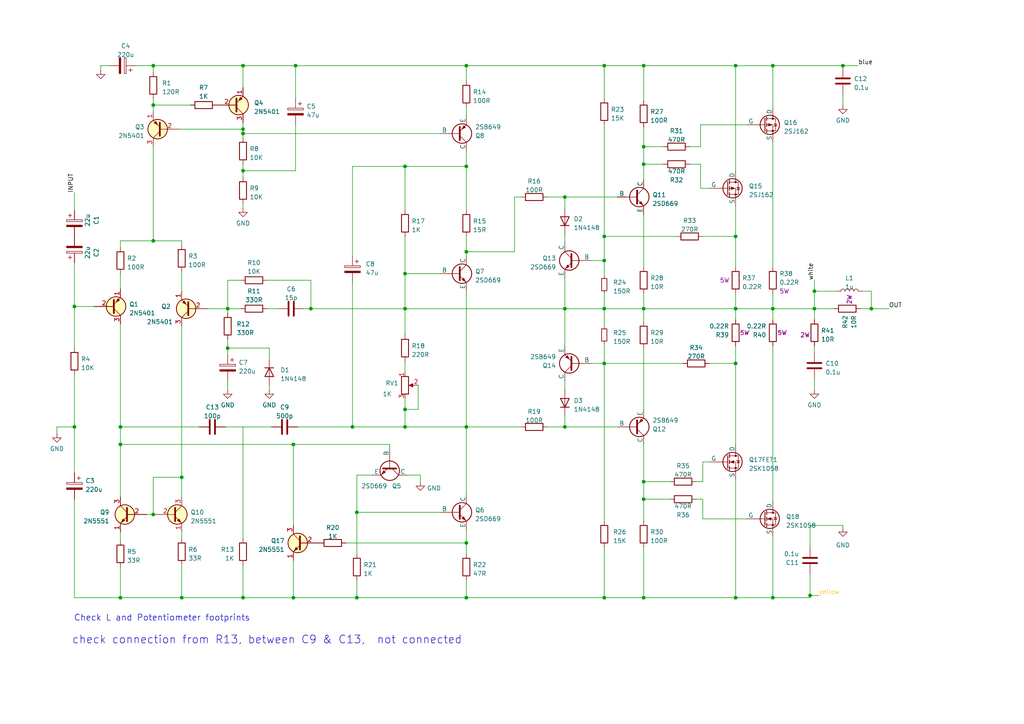
<source format=kicad_sch>
(kicad_sch (version 20231120) (generator "eeschema") (generator_version "8.0")
  (paper "A4")
  (lib_symbols
    (symbol "Device:C" (pin_numbers hide) (pin_names (offset 0.254))
      (property "Reference" "C" (at 0.635 2.54 0))
      (property "Value" "C" (at 0.635 -2.54 0))
      (symbol "C_1_1"
        (pin passive line (at 0 3.81 270) (length 2.794) (name "~") (number "1"))
        (pin passive line (at 0 -3.81 90) (length 2.794) (name "~") (number "2"))
      )
    )
    (symbol "Device:C_Polarized" (pin_numbers hide) (pin_names (offset 0.254))
      (property "Reference" "C" (at 0.635 2.54 0))
      (property "Value" "C_Polarized" (at 0.635 -2.54 0))
      (symbol "C_Polarized_1_1"
        (pin passive line (at 0 3.81 270) (length 2.794) (name "~") (number "1"))
        (pin passive line (at 0 -3.81 90) (length 2.794) (name "~") (number "2"))
      )
    )
    (symbol "Device:D" (pin_numbers hide) (pin_names (offset 1.016) hide)
      (property "Reference" "D" (at 0 2.54 0))
      (property "Value" "D" (at 0 -2.54 0))
      (symbol "D_1_1"
        (pin passive line (at -3.81 0 0) (length 2.54) (name "K") (number "1"))
        (pin passive line (at 3.81 0 180) (length 2.54) (name "A") (number "2"))
      )
    )
    (symbol "Device:L" (pin_numbers hide) (pin_names (offset 1.016) hide)
      (property "Reference" "L" (at -1.27 0 90))
      (property "Value" "L" (at 1.905 0 90))
      (symbol "L_1_1"
        (pin passive line (at 0 3.81 270) (length 1.27) (name "1") (number "1"))
        (pin passive line (at 0 -3.81 90) (length 1.27) (name "2") (number "2"))
      )
    )
    (symbol "Device:R" (pin_numbers hide) (pin_names (offset 0))
      (property "Reference" "R" (at 2.032 0 90))
      (property "Value" "R" (at 0 0 90))
      (symbol "R_1_1"
        (pin passive line (at 0 3.81 270) (length 1.27) (name "~") (number "1"))
        (pin passive line (at 0 -3.81 90) (length 1.27) (name "~") (number "2"))
      )
    )
    (symbol "Device:R_Potentiometer" (pin_names (offset 1.016) hide)
      (property "Reference" "RV" (at -4.445 0 90))
      (property "Value" "R_Potentiometer" (at -2.54 0 90))
      (symbol "R_Potentiometer_1_1"
        (pin passive line (at 0 3.81 270) (length 1.27) (name "1") (number "1"))
        (pin passive line (at 3.81 0 180) (length 1.27) (name "2") (number "2"))
        (pin passive line (at 0 -3.81 90) (length 1.27) (name "3") (number "3"))
      )
    )
    (symbol "Device:R_Small" (pin_numbers hide) (pin_names (offset 0.254) hide)
      (property "Reference" "R" (at 0.762 0.508 0))
      (property "Value" "R_Small" (at 0.762 -1.016 0))
      (symbol "R_Small_1_1"
        (pin passive line (at 0 2.54 270) (length 0.762) (name "~") (number "1"))
        (pin passive line (at 0 -2.54 90) (length 0.762) (name "~") (number "2"))
      )
    )
    (symbol "Diode:1N4148" (pin_numbers hide) (pin_names hide)
      (property "Reference" "D" (at 0 2.54 0))
      (property "Value" "1N4148" (at 0 -2.54 0))
      (symbol "1N4148_1_1"
        (pin passive line (at -3.81 0 0) (length 2.54) (name "K") (number "1"))
        (pin passive line (at 3.81 0 180) (length 2.54) (name "A") (number "2"))
      )
    )
    (symbol "PCM_Transistor_BJT_AKL:2N5401" (pin_names hide)
      (property "Reference" "Q" (at 5.08 1.27 0))
      (property "Value" "2N5401" (at 5.08 -1.27 0))
      (symbol "2N5401_1_1"
        (pin passive line (at 2.54 5.08 270) (length 2.54) (name "E") (number "1"))
        (pin input line (at -5.08 0 0) (length 5.715) (name "B") (number "2"))
        (pin passive line (at 2.54 -5.08 90) (length 2.54) (name "C") (number "3"))
      )
    )
    (symbol "PCM_Transistor_BJT_AKL:2N5551" (pin_names hide)
      (property "Reference" "Q" (at 5.08 1.27 0))
      (property "Value" "2N5551" (at 5.08 -1.27 0))
      (symbol "2N5551_1_1"
        (pin passive line (at 2.54 -5.08 90) (length 2.54) (name "E") (number "1"))
        (pin passive line (at -5.08 0 0) (length 5.715) (name "B") (number "2"))
        (pin passive line (at 2.54 5.08 270) (length 2.54) (name "C") (number "3"))
      )
    )
    (symbol "Simulation_SPICE:NMOS" (pin_numbers hide) (pin_names (offset 0))
      (property "Reference" "Q" (at 5.08 1.27 0))
      (property "Value" "NMOS" (at 5.08 -1.27 0))
      (symbol "NMOS_1_1"
        (pin passive line (at 2.54 5.08 270) (length 2.54) (name "D") (number "1"))
        (pin input line (at -5.08 0 0) (length 2.54) (name "G") (number "2"))
        (pin passive line (at 2.54 -5.08 90) (length 2.54) (name "S") (number "3"))
      )
    )
    (symbol "Simulation_SPICE:NPN" (pin_numbers hide) (pin_names (offset 0))
      (property "Reference" "Q" (at -2.54 7.62 0))
      (property "Value" "NPN" (at -2.54 5.08 0))
      (symbol "NPN_1_1"
        (pin open_collector line (at 2.54 5.08 270) (length 2.54) (name "C") (number "1"))
        (pin input line (at -5.08 0 0) (length 2.54) (name "B") (number "2"))
        (pin open_emitter line (at 2.54 -5.08 90) (length 2.54) (name "E") (number "3"))
      )
    )
    (symbol "Simulation_SPICE:PMOS" (pin_numbers hide) (pin_names (offset 0))
      (property "Reference" "Q" (at 5.08 1.27 0))
      (property "Value" "PMOS" (at 5.08 -1.27 0))
      (symbol "PMOS_1_1"
        (pin passive line (at 2.54 5.08 270) (length 2.54) (name "D") (number "1"))
        (pin input line (at -5.08 0 0) (length 2.54) (name "G") (number "2"))
        (pin passive line (at 2.54 -5.08 90) (length 2.54) (name "S") (number "3"))
      )
    )
    (symbol "Simulation_SPICE:PNP" (pin_numbers hide) (pin_names (offset 0))
      (property "Reference" "Q" (at -2.54 7.62 0))
      (property "Value" "PNP" (at -2.54 5.08 0))
      (symbol "PNP_1_1"
        (pin open_collector line (at 2.54 5.08 270) (length 2.54) (name "C") (number "1"))
        (pin input line (at -5.08 0 0) (length 2.54) (name "B") (number "2"))
        (pin open_emitter line (at 2.54 -5.08 90) (length 2.54) (name "E") (number "3"))
      )
    )
    (symbol "power:GND" (power) (pin_names (offset 0))
      (property "Value" "GND" (at 0 -3.81 0))
      (symbol "GND_1_1"
        (pin power_in line (at 0 0 270) (length 0) hide (name "GND") (number "1"))
      )
    )
  )
  (junction (at 90.17 89.535))
  (junction (at 186.69 47.625))
  (junction (at 44.45 19.05))
  (junction (at 234.95 172.72))
  (junction (at 186.69 19.05))
  (junction (at 103.505 148.59))
  (junction (at 163.83 89.535))
  (junction (at 252.73 89.535))
  (junction (at 135.255 157.48))
  (junction (at 85.09 173.355))
  (junction (at 224.155 89.535))
  (junction (at 66.04 89.535))
  (junction (at 186.69 139.7))
  (junction (at 70.485 173.355))
  (junction (at 224.155 173.355))
  (junction (at 21.59 123.825))
  (junction (at 117.475 79.375))
  (junction (at 135.255 19.05))
  (junction (at 213.36 173.355))
  (junction (at 135.255 48.26))
  (junction (at 21.59 88.9))
  (junction (at 44.45 30.48))
  (junction (at 44.45 69.85))
  (junction (at 44.45 149.225))
  (junction (at 213.36 89.535))
  (junction (at 135.255 73.025))
  (junction (at 213.36 68.58))
  (junction (at 103.505 173.355))
  (junction (at 186.69 42.545))
  (junction (at 213.36 105.41))
  (junction (at 186.69 144.78))
  (junction (at 163.83 57.15))
  (junction (at 236.22 84.455))
  (junction (at 186.69 89.535))
  (junction (at 244.475 19.05))
  (junction (at 224.155 19.05))
  (junction (at 70.485 19.05))
  (junction (at 117.475 48.26))
  (junction (at 213.36 19.05))
  (junction (at 85.09 128.905))
  (junction (at 175.26 105.41))
  (junction (at 34.925 123.825))
  (junction (at 135.255 123.825))
  (junction (at 135.255 173.355))
  (junction (at 52.705 138.43))
  (junction (at 70.485 37.465))
  (junction (at 66.04 100.965))
  (junction (at 175.26 75.565))
  (junction (at 175.26 89.535))
  (junction (at 117.475 89.535))
  (junction (at 117.475 123.825))
  (junction (at 102.235 123.825))
  (junction (at 85.725 19.05))
  (junction (at 52.705 173.355))
  (junction (at 175.26 173.355))
  (junction (at 117.475 118.745))
  (junction (at 175.26 68.58))
  (junction (at 70.485 49.53))
  (junction (at 175.26 19.05))
  (junction (at 34.925 128.905))
  (junction (at 186.69 173.355))
  (junction (at 34.925 173.355))
  (junction (at 163.83 123.825))
  (junction (at 70.485 38.735))
  (junction (at 236.22 89.535))
  (wire (pts (xy 21.59 88.9) (xy 21.59 100.965)))
  (wire (pts (xy 175.26 99.695) (xy 175.26 105.41)))
  (wire (pts (xy 234.95 152.4) (xy 234.95 158.75)))
  (wire (pts (xy 224.155 89.535) (xy 224.155 92.71)))
  (wire (pts (xy 236.22 102.235) (xy 236.22 100.33)))
  (wire (pts (xy 248.92 19.05) (xy 244.475 19.05)))
  (wire (pts (xy 121.92 139.7) (xy 121.92 137.795)))
  (wire (pts (xy 224.155 100.33) (xy 224.155 145.415)))
  (wire (pts (xy 66.04 100.965) (xy 66.04 102.87)))
  (wire (pts (xy 44.45 69.85) (xy 34.925 69.85)))
  (wire (pts (xy 85.725 49.53) (xy 70.485 49.53)))
  (wire (pts (xy 117.475 79.375) (xy 117.475 89.535)))
  (wire (pts (xy 135.255 73.025) (xy 149.225 73.025)))
  (wire (pts (xy 66.04 81.28) (xy 66.04 89.535)))
  (wire (pts (xy 85.725 28.575) (xy 85.725 19.05)))
  (wire (pts (xy 203.2 36.195) (xy 216.535 36.195)))
  (wire (pts (xy 42.545 149.225) (xy 44.45 149.225)))
  (wire (pts (xy 236.22 89.535) (xy 241.935 89.535)))
  (wire (pts (xy 117.475 123.825) (xy 135.255 123.825)))
  (wire (pts (xy 103.505 137.795) (xy 107.95 137.795)))
  (wire (pts (xy 21.59 144.78) (xy 21.59 173.355)))
  (wire (pts (xy 179.07 123.825) (xy 163.83 123.825)))
  (wire (pts (xy 186.69 42.545) (xy 192.405 42.545)))
  (wire (pts (xy 186.69 29.21) (xy 186.69 19.05)))
  (wire (pts (xy 205.74 105.41) (xy 213.36 105.41)))
  (wire (pts (xy 213.36 68.58) (xy 213.36 59.69)))
  (wire (pts (xy 86.36 123.825) (xy 102.235 123.825)))
  (wire (pts (xy 29.21 19.05) (xy 29.21 20.32)))
  (wire (pts (xy 213.36 105.41) (xy 213.36 128.905)))
  (wire (pts (xy 175.26 105.41) (xy 175.26 151.13)))
  (wire (pts (xy 85.725 36.195) (xy 85.725 49.53)))
  (wire (pts (xy 163.83 80.645) (xy 163.83 89.535)))
  (wire (pts (xy 60.325 89.535) (xy 66.04 89.535)))
  (wire (pts (xy 103.505 148.59) (xy 103.505 160.655)))
  (wire (pts (xy 163.83 67.945) (xy 163.83 70.485)))
  (wire (pts (xy 70.485 49.53) (xy 70.485 47.625)))
  (wire (pts (xy 224.155 31.115) (xy 224.155 19.05)))
  (wire (pts (xy 121.285 111.76) (xy 121.285 118.745)))
  (wire (pts (xy 117.475 115.57) (xy 117.475 118.745)))
  (wire (pts (xy 236.22 92.71) (xy 236.22 89.535)))
  (wire (pts (xy 34.925 154.305) (xy 34.925 156.845)))
  (wire (pts (xy 186.69 19.05) (xy 213.36 19.05)))
  (wire (pts (xy 70.485 163.83) (xy 70.485 173.355)))
  (wire (pts (xy 57.785 123.825) (xy 34.925 123.825)))
  (wire (pts (xy 196.215 68.58) (xy 175.26 68.58)))
  (wire (pts (xy 252.73 84.455) (xy 250.19 84.455)))
  (wire (pts (xy 52.07 37.465) (xy 70.485 37.465)))
  (wire (pts (xy 78.105 104.14) (xy 78.105 100.965)))
  (wire (pts (xy 213.36 100.33) (xy 213.36 105.41)))
  (wire (pts (xy 175.26 36.195) (xy 175.26 68.58)))
  (wire (pts (xy 103.505 173.355) (xy 135.255 173.355)))
  (wire (pts (xy 34.925 173.355) (xy 52.705 173.355)))
  (wire (pts (xy 175.26 89.535) (xy 186.69 89.535)))
  (wire (pts (xy 44.45 149.225) (xy 45.085 149.225)))
  (wire (pts (xy 135.255 157.48) (xy 135.255 153.67)))
  (wire (pts (xy 69.85 81.28) (xy 66.04 81.28)))
  (wire (pts (xy 102.235 123.825) (xy 117.475 123.825)))
  (wire (pts (xy 70.485 38.735) (xy 127.635 38.735)))
  (wire (pts (xy 34.925 79.375) (xy 34.925 83.82)))
  (wire (pts (xy 192.405 47.625) (xy 186.69 47.625)))
  (wire (pts (xy 34.925 128.905) (xy 85.09 128.905)))
  (wire (pts (xy 21.59 108.585) (xy 21.59 123.825)))
  (wire (pts (xy 203.2 42.545) (xy 200.025 42.545)))
  (wire (pts (xy 186.69 62.23) (xy 186.69 77.47)))
  (wire (pts (xy 66.04 113.03) (xy 66.04 110.49)))
  (wire (pts (xy 34.925 128.905) (xy 34.925 144.145)))
  (wire (pts (xy 135.255 73.025) (xy 135.255 74.295)))
  (wire (pts (xy 203.835 144.78) (xy 203.835 150.495)))
  (wire (pts (xy 186.69 47.625) (xy 186.69 52.07)))
  (wire (pts (xy 44.45 28.575) (xy 44.45 30.48)))
  (wire (pts (xy 21.59 123.825) (xy 21.59 137.16)))
  (wire (pts (xy 236.22 84.455) (xy 242.57 84.455)))
  (wire (pts (xy 186.69 151.13) (xy 186.69 144.78)))
  (wire (pts (xy 244.475 19.05) (xy 244.475 19.685)))
  (wire (pts (xy 236.22 81.28) (xy 236.22 84.455)))
  (wire (pts (xy 244.475 152.4) (xy 234.95 152.4)))
  (wire (pts (xy 186.69 139.7) (xy 186.69 128.905)))
  (wire (pts (xy 52.705 156.21) (xy 52.705 154.305)))
  (wire (pts (xy 201.93 144.78) (xy 203.835 144.78)))
  (wire (pts (xy 44.45 30.48) (xy 55.245 30.48)))
  (wire (pts (xy 70.485 60.325) (xy 70.485 59.055)))
  (wire (pts (xy 163.83 120.65) (xy 163.83 123.825)))
  (wire (pts (xy 90.17 89.535) (xy 117.475 89.535)))
  (wire (pts (xy 85.09 173.355) (xy 103.505 173.355)))
  (wire (pts (xy 70.485 38.735) (xy 70.485 40.005)))
  (wire (pts (xy 117.475 48.26) (xy 135.255 48.26)))
  (wire (pts (xy 121.92 137.795) (xy 118.11 137.795)))
  (wire (pts (xy 186.69 139.7) (xy 194.31 139.7)))
  (wire (pts (xy 236.22 113.03) (xy 236.22 109.855)))
  (wire (pts (xy 52.705 69.85) (xy 44.45 69.85)))
  (wire (pts (xy 135.255 160.655) (xy 135.255 157.48)))
  (wire (pts (xy 52.705 78.74) (xy 52.705 84.455)))
  (wire (pts (xy 175.26 19.05) (xy 186.69 19.05)))
  (wire (pts (xy 175.26 94.615) (xy 175.26 89.535)))
  (wire (pts (xy 224.155 85.09) (xy 224.155 89.535)))
  (wire (pts (xy 224.155 41.275) (xy 224.155 77.47)))
  (wire (pts (xy 85.725 19.05) (xy 70.485 19.05)))
  (wire (pts (xy 135.255 123.825) (xy 151.13 123.825)))
  (wire (pts (xy 135.255 19.05) (xy 175.26 19.05)))
  (wire (pts (xy 70.485 25.4) (xy 70.485 19.05)))
  (wire (pts (xy 203.2 47.625) (xy 200.025 47.625)))
  (wire (pts (xy 70.485 35.56) (xy 70.485 37.465)))
  (wire (pts (xy 237.49 172.72) (xy 234.95 172.72)))
  (wire (pts (xy 171.45 105.41) (xy 175.26 105.41)))
  (wire (pts (xy 234.95 172.72) (xy 234.95 173.355)))
  (wire (pts (xy 203.835 139.7) (xy 201.93 139.7)))
  (wire (pts (xy 135.255 123.825) (xy 135.255 143.51)))
  (wire (pts (xy 186.69 42.545) (xy 186.69 47.625)))
  (wire (pts (xy 117.475 104.775) (xy 117.475 107.95)))
  (wire (pts (xy 224.155 155.575) (xy 224.155 173.355)))
  (wire (pts (xy 102.235 81.915) (xy 102.235 123.825)))
  (wire (pts (xy 175.26 19.05) (xy 175.26 28.575)))
  (wire (pts (xy 186.69 173.355) (xy 213.36 173.355)))
  (wire (pts (xy 52.705 69.85) (xy 52.705 71.12)))
  (wire (pts (xy 149.225 57.15) (xy 151.13 57.15)))
  (wire (pts (xy 21.59 173.355) (xy 34.925 173.355)))
  (wire (pts (xy 135.255 68.58) (xy 135.255 73.025)))
  (wire (pts (xy 117.475 89.535) (xy 163.83 89.535)))
  (wire (pts (xy 52.705 94.615) (xy 52.705 138.43)))
  (wire (pts (xy 203.835 68.58) (xy 213.36 68.58)))
  (wire (pts (xy 85.725 19.05) (xy 135.255 19.05)))
  (wire (pts (xy 213.36 19.05) (xy 224.155 19.05)))
  (wire (pts (xy 21.59 55.88) (xy 21.59 60.96)))
  (wire (pts (xy 135.255 48.26) (xy 135.255 60.96)))
  (wire (pts (xy 90.17 81.28) (xy 90.17 89.535)))
  (wire (pts (xy 194.31 144.78) (xy 186.69 144.78)))
  (wire (pts (xy 203.2 36.195) (xy 203.2 42.545)))
  (wire (pts (xy 117.475 118.745) (xy 117.475 123.825)))
  (wire (pts (xy 100.33 157.48) (xy 135.255 157.48)))
  (wire (pts (xy 117.475 79.375) (xy 127.635 79.375)))
  (wire (pts (xy 70.485 37.465) (xy 70.485 38.735)))
  (wire (pts (xy 34.925 123.825) (xy 34.925 128.905)))
  (wire (pts (xy 65.405 123.825) (xy 78.74 123.825)))
  (wire (pts (xy 203.835 133.985) (xy 205.74 133.985)))
  (wire (pts (xy 175.26 85.09) (xy 175.26 89.535)))
  (wire (pts (xy 135.255 84.455) (xy 135.255 123.825)))
  (wire (pts (xy 163.83 89.535) (xy 175.26 89.535)))
  (wire (pts (xy 113.03 128.905) (xy 113.03 130.175)))
  (wire (pts (xy 44.45 19.05) (xy 70.485 19.05)))
  (wire (pts (xy 213.36 173.355) (xy 224.155 173.355)))
  (wire (pts (xy 135.255 31.115) (xy 135.255 33.655)))
  (wire (pts (xy 186.69 89.535) (xy 186.69 85.09)))
  (wire (pts (xy 171.45 75.565) (xy 175.26 75.565)))
  (wire (pts (xy 175.26 158.75) (xy 175.26 173.355)))
  (wire (pts (xy 34.925 69.85) (xy 34.925 71.755)))
  (wire (pts (xy 186.69 89.535) (xy 213.36 89.535)))
  (wire (pts (xy 163.83 89.535) (xy 163.83 100.33)))
  (wire (pts (xy 52.705 173.355) (xy 70.485 173.355)))
  (wire (pts (xy 103.505 137.795) (xy 103.505 148.59)))
  (wire (pts (xy 85.09 162.56) (xy 85.09 173.355)))
  (wire (pts (xy 39.37 19.05) (xy 44.45 19.05)))
  (wire (pts (xy 135.255 43.815) (xy 135.255 48.26)))
  (wire (pts (xy 213.36 49.53) (xy 213.36 19.05)))
  (wire (pts (xy 249.555 89.535) (xy 252.73 89.535)))
  (wire (pts (xy 186.69 36.83) (xy 186.69 42.545)))
  (wire (pts (xy 213.36 85.09) (xy 213.36 89.535)))
  (wire (pts (xy 175.26 68.58) (xy 175.26 75.565)))
  (wire (pts (xy 117.475 48.26) (xy 117.475 60.96)))
  (wire (pts (xy 70.485 173.355) (xy 85.09 173.355)))
  (wire (pts (xy 135.255 168.275) (xy 135.255 173.355)))
  (wire (pts (xy 70.485 51.435) (xy 70.485 49.53)))
  (wire (pts (xy 234.95 166.37) (xy 234.95 172.72)))
  (wire (pts (xy 77.47 89.535) (xy 80.645 89.535)))
  (wire (pts (xy 203.835 133.985) (xy 203.835 139.7)))
  (wire (pts (xy 52.705 163.83) (xy 52.705 173.355)))
  (wire (pts (xy 186.69 139.7) (xy 186.69 144.78)))
  (wire (pts (xy 224.155 19.05) (xy 244.475 19.05)))
  (wire (pts (xy 34.925 164.465) (xy 34.925 173.355)))
  (wire (pts (xy 186.69 89.535) (xy 186.69 93.345)))
  (wire (pts (xy 158.75 57.15) (xy 163.83 57.15)))
  (wire (pts (xy 213.36 89.535) (xy 224.155 89.535)))
  (wire (pts (xy 44.45 138.43) (xy 44.45 149.225)))
  (wire (pts (xy 149.225 73.025) (xy 149.225 57.15)))
  (wire (pts (xy 21.59 76.2) (xy 21.59 88.9)))
  (wire (pts (xy 213.36 89.535) (xy 213.36 92.71)))
  (wire (pts (xy 117.475 68.58) (xy 117.475 79.375)))
  (wire (pts (xy 66.04 89.535) (xy 69.85 89.535)))
  (wire (pts (xy 252.73 89.535) (xy 257.81 89.535)))
  (wire (pts (xy 90.17 89.535) (xy 88.265 89.535)))
  (wire (pts (xy 213.36 77.47) (xy 213.36 68.58)))
  (wire (pts (xy 186.69 158.75) (xy 186.69 173.355)))
  (wire (pts (xy 44.45 19.05) (xy 44.45 20.955)))
  (wire (pts (xy 78.105 100.965) (xy 66.04 100.965)))
  (wire (pts (xy 203.2 54.61) (xy 203.2 47.625)))
  (wire (pts (xy 44.45 42.545) (xy 44.45 69.85)))
  (wire (pts (xy 102.235 48.26) (xy 117.475 48.26)))
  (wire (pts (xy 21.59 88.9) (xy 27.305 88.9)))
  (wire (pts (xy 224.155 89.535) (xy 236.22 89.535)))
  (wire (pts (xy 117.475 89.535) (xy 117.475 97.155)))
  (wire (pts (xy 163.83 57.15) (xy 179.07 57.15)))
  (wire (pts (xy 85.09 128.905) (xy 85.09 152.4)))
  (wire (pts (xy 102.235 48.26) (xy 102.235 74.295)))
  (wire (pts (xy 44.45 30.48) (xy 44.45 32.385)))
  (wire (pts (xy 175.26 75.565) (xy 175.26 80.01)))
  (wire (pts (xy 236.22 84.455) (xy 236.22 89.535)))
  (wire (pts (xy 244.475 27.305) (xy 244.475 30.48)))
  (wire (pts (xy 70.485 123.825) (xy 70.485 156.21)))
  (wire (pts (xy 121.285 118.745) (xy 117.475 118.745)))
  (wire (pts (xy 52.705 138.43) (xy 52.705 144.145)))
  (wire (pts (xy 163.83 113.03) (xy 163.83 110.49)))
  (wire (pts (xy 66.04 98.425) (xy 66.04 100.965)))
  (wire (pts (xy 16.51 123.825) (xy 21.59 123.825)))
  (wire (pts (xy 252.73 84.455) (xy 252.73 89.535)))
  (wire (pts (xy 78.105 111.76) (xy 78.105 113.03)))
  (wire (pts (xy 66.04 90.805) (xy 66.04 89.535)))
  (wire (pts (xy 85.09 128.905) (xy 113.03 128.905)))
  (wire (pts (xy 158.75 123.825) (xy 163.83 123.825)))
  (wire (pts (xy 127.635 148.59) (xy 103.505 148.59)))
  (wire (pts (xy 224.155 173.355) (xy 234.95 173.355)))
  (wire (pts (xy 175.26 173.355) (xy 186.69 173.355)))
  (wire (pts (xy 16.51 123.825) (xy 16.51 125.73)))
  (wire (pts (xy 29.21 19.05) (xy 31.75 19.05)))
  (wire (pts (xy 135.255 23.495) (xy 135.255 19.05)))
  (wire (pts (xy 103.505 173.355) (xy 103.505 168.275)))
  (wire (pts (xy 203.835 150.495) (xy 216.535 150.495)))
  (wire (pts (xy 77.47 81.28) (xy 90.17 81.28)))
  (wire (pts (xy 52.705 138.43) (xy 44.45 138.43)))
  (wire (pts (xy 163.83 57.15) (xy 163.83 60.325)))
  (wire (pts (xy 244.475 153.035) (xy 244.475 152.4)))
  (wire (pts (xy 186.69 100.965) (xy 186.69 118.745)))
  (wire (pts (xy 34.925 93.98) (xy 34.925 123.825)))
  (wire (pts (xy 175.26 105.41) (xy 198.12 105.41)))
  (wire (pts (xy 135.255 173.355) (xy 175.26 173.355)))
  (wire (pts (xy 213.36 139.065) (xy 213.36 173.355)))
  (wire (pts (xy 205.74 54.61) (xy 203.2 54.61)))
  (text "Check L and Potentiometer footprints" (at 46.99 179.324 0) (effects (font (size 1.778 1.778))))
  (text "check connection from R13, between C9 & C13,  not connected" (at 77.47 185.674 0) (effects (font (size 2.286 2.286))))
  (label "blue" (at 248.92 19.05 0))
  (label "INPUT" (at 21.59 55.88 90))
  (label "OUT" (at 257.81 89.535 0))
  (label "white" (at 236.22 81.28 90))
  (label "yellow" (at 237.49 172.72 0))
  (symbol (lib_id "Device:R") (at 73.66 89.535 90) (unit 1)
    (property "Reference" "R11" (at 73.66 84.455 90))
    (property "Value" "330R" (at 73.66 86.995 90))
    (property "Footprint" "Resistor_THT:R_Axial_DIN0207_L6.3mm_D2.5mm_P7.62mm_Horizontal" (effects (hide yes)))
  )
  (symbol (lib_id "Device:R") (at 135.255 64.77 0) (unit 1)
    (property "Reference" "R15" (at 137.16 64.135 0) (effects (justify left)))
    (property "Value" "15R" (at 137.16 66.675 0) (effects (justify left)))
    (property "Footprint" "Resistor_THT:R_Axial_DIN0207_L6.3mm_D2.5mm_P7.62mm_Horizontal" (effects (hide yes)))
  )
  (symbol (lib_id "Device:R") (at 200.025 68.58 270) (mirror x) (unit 1)
    (property "Reference" "R33" (at 200.025 63.9983 90))
    (property "Value" "270R" (at 200.025 66.5383 90))
    (property "Footprint" "Resistor_THT:R_Axial_DIN0207_L6.3mm_D2.5mm_P7.62mm_Horizontal" (effects (hide yes)))
    (property "Sim.Device" "R" (effects (hide yes)))
    (property "Sim.Pins" "1=+ 2=-" (effects (hide yes)))
  )
  (symbol (lib_id "Device:D") (at 163.83 64.135 90) (unit 1)
    (property "Reference" "D2" (at 166.37 63.5 90) (effects (justify right)))
    (property "Value" "1N4148" (at 166.37 66.04 90) (effects (justify right)))
    (property "Footprint" "Diode_THT:D_DO-35_SOD27_P7.62mm_Horizontal" (effects (hide yes)))
    (property "Sim.Device" "D" (effects (hide yes)))
    (property "Sim.Pins" "1=K 2=A" (effects (hide yes)))
  )
  (symbol (lib_id "Device:R") (at 154.94 57.15 90) (unit 1)
    (property "Reference" "R16" (at 154.94 52.5683 90))
    (property "Value" "100R" (at 154.94 55.1083 90))
    (property "Footprint" "Resistor_THT:R_Axial_DIN0207_L6.3mm_D2.5mm_P7.62mm_Horizontal" (effects (hide yes)))
  )
  (symbol (lib_id "Device:R") (at 73.66 81.28 90) (unit 1)
    (property "Reference" "R10" (at 73.66 76.2 90))
    (property "Value" "10K" (at 73.66 78.74 90))
    (property "Footprint" "Resistor_THT:R_Axial_DIN0207_L6.3mm_D2.5mm_P7.62mm_Horizontal" (effects (hide yes)))
  )
  (symbol (lib_id "Device:R") (at 70.485 43.815 0) (unit 1)
    (property "Reference" "R8" (at 72.39 43.18 0) (effects (justify left)))
    (property "Value" "10K" (at 72.39 45.72 0) (effects (justify left)))
    (property "Footprint" "Resistor_THT:R_Axial_DIN0207_L6.3mm_D2.5mm_P7.62mm_Horizontal" (effects (hide yes)))
  )
  (symbol (lib_id "Device:R_Small") (at 175.26 82.55 0) (unit 1)
    (property "Reference" "R24" (at 177.8 81.915 0) (effects (justify left)))
    (property "Value" "150R" (at 177.8 84.455 0) (effects (justify left)))
    (property "Footprint" "Resistor_THT:R_Axial_DIN0207_L6.3mm_D2.5mm_P7.62mm_Horizontal" (effects (hide yes)))
  )
  (symbol (lib_id "power:GND") (at 236.22 113.03 0) (unit 1)
    (property "Reference" "#PWR08" (effects (hide yes)))
    (property "Value" "GND" (at 236.22 117.475 0))
  )
  (symbol (lib_id "PCM_Transistor_BJT_AKL:2N5401") (at 67.945 30.48 0) (unit 1)
    (property "Reference" "Q4" (at 73.66 29.845 0) (effects (justify left)))
    (property "Value" "2N5401" (at 73.66 32.385 0) (effects (justify left)))
    (property "Footprint" "Package_TO_SOT_THT:TO-92_Wide" (effects (hide yes)))
    (property "Datasheet" "https://www.mouser.com/datasheet/2/302/nxp_2n5401-1188528.pdf" (effects (hide yes)))
    (property "Sim.Device" "PNP" (effects (hide yes)))
    (property "Sim.Pins" "1=E 2=B 3=C" (effects (hide yes)))
    (property "Sim.Type" "GUMMELPOON" (effects (hide yes)))
  )
  (symbol (lib_id "Device:R") (at 186.69 33.02 0) (unit 1)
    (property "Reference" "R27" (at 188.595 32.385 0) (effects (justify left)))
    (property "Value" "100R" (at 188.595 34.925 0) (effects (justify left)))
    (property "Footprint" "Resistor_THT:R_Axial_DIN0207_L6.3mm_D2.5mm_P7.62mm_Horizontal" (effects (hide yes)))
  )
  (symbol (lib_id "Device:R_Small") (at 175.26 97.155 0) (unit 1)
    (property "Reference" "R25" (at 177.8 96.52 0) (effects (justify left)))
    (property "Value" "150R" (at 177.8 99.06 0) (effects (justify left)))
    (property "Footprint" "Resistor_THT:R_Axial_DIN0207_L6.3mm_D2.5mm_P7.62mm_Horizontal" (effects (hide yes)))
  )
  (symbol (lib_id "Device:D") (at 163.83 116.84 90) (unit 1)
    (property "Reference" "D3" (at 166.37 116.205 90) (effects (justify right)))
    (property "Value" "1N4148" (at 166.37 118.745 90) (effects (justify right)))
    (property "Footprint" "Diode_THT:D_DO-35_SOD27_P7.62mm_Horizontal" (effects (hide yes)))
    (property "Sim.Device" "D" (effects (hide yes)))
    (property "Sim.Pins" "1=K 2=A" (effects (hide yes)))
  )
  (symbol (lib_id "Device:R") (at 196.215 42.545 90) (unit 1)
    (property "Reference" "R31" (at 196.215 37.9633 90))
    (property "Value" "470R" (at 196.215 40.5033 90))
    (property "Footprint" "Resistor_THT:R_Axial_DIN0207_L6.3mm_D2.5mm_P7.62mm_Horizontal" (effects (hide yes)))
    (property "Sim.Device" "R" (effects (hide yes)))
    (property "Sim.Pins" "1=+ 2=-" (effects (hide yes)))
  )
  (symbol (lib_id "Device:R") (at 70.485 160.02 0) (mirror x) (unit 1)
    (property "Reference" "R13" (at 67.945 159.385 0) (effects (justify right)))
    (property "Value" "1K" (at 67.945 161.925 0) (effects (justify right)))
    (property "Footprint" "Resistor_THT:R_Axial_DIN0207_L6.3mm_D2.5mm_P7.62mm_Horizontal" (effects (hide yes)))
  )
  (symbol (lib_id "Device:R") (at 198.12 139.7 90) (unit 1)
    (property "Reference" "R35" (at 198.12 135.1183 90))
    (property "Value" "470R" (at 198.12 137.6583 90))
    (property "Footprint" "Resistor_THT:R_Axial_DIN0207_L6.3mm_D2.5mm_P7.62mm_Horizontal" (effects (hide yes)))
    (property "Sim.Device" "R" (effects (hide yes)))
    (property "Sim.Pins" "1=+ 2=-" (effects (hide yes)))
  )
  (symbol (lib_id "Device:R") (at 34.925 75.565 0) (unit 1)
    (property "Reference" "R2" (at 36.83 74.93 0) (effects (justify left)))
    (property "Value" "100R" (at 36.83 77.47 0) (effects (justify left)))
    (property "Footprint" "Resistor_THT:R_Axial_DIN0207_L6.3mm_D2.5mm_P7.62mm_Horizontal" (effects (hide yes)))
  )
  (symbol (lib_id "Device:R") (at 135.255 27.305 0) (unit 1)
    (property "Reference" "R14" (at 137.16 26.67 0) (effects (justify left)))
    (property "Value" "100R" (at 137.16 29.21 0) (effects (justify left)))
    (property "Footprint" "Resistor_THT:R_Axial_DIN0207_L6.3mm_D2.5mm_P7.62mm_Horizontal" (effects (hide yes)))
  )
  (symbol (lib_id "Device:R") (at 21.59 104.775 0) (unit 1)
    (property "Reference" "R4" (at 23.495 104.14 0) (effects (justify left)))
    (property "Value" "10K" (at 23.495 106.68 0) (effects (justify left)))
    (property "Footprint" "Resistor_THT:R_Axial_DIN0207_L6.3mm_D2.5mm_P7.62mm_Horizontal" (effects (hide yes)))
  )
  (symbol (lib_id "Diode:1N4148") (at 78.105 107.95 270) (unit 1)
    (property "Reference" "D1" (at 81.28 107.315 90) (effects (justify left)))
    (property "Value" "1N4148" (at 81.28 109.855 90) (effects (justify left)))
    (property "Footprint" "Diode_THT:D_DO-35_SOD27_P7.62mm_Horizontal" (effects (hide yes)))
    (property "Datasheet" "https://assets.nexperia.com/documents/data-sheet/1N4148_1N4448.pdf" (effects (hide yes)))
    (property "Sim.Device" "D" (effects (hide yes)))
    (property "Sim.Pins" "1=K 2=A" (effects (hide yes)))
  )
  (symbol (lib_id "PCM_Transistor_BJT_AKL:2N5401") (at 55.245 89.535 0) (mirror y) (unit 1)
    (property "Reference" "Q2" (at 49.53 88.9 0) (effects (justify left)))
    (property "Value" "2N5401" (at 50.165 93.345 0) (effects (justify left)))
    (property "Footprint" "Package_TO_SOT_THT:TO-92_Wide" (effects (hide yes)))
    (property "Datasheet" "https://www.mouser.com/datasheet/2/302/nxp_2n5401-1188528.pdf" (effects (hide yes)))
    (property "Sim.Device" "PNP" (effects (hide yes)))
    (property "Sim.Pins" "1=E 2=B 3=C" (effects (hide yes)))
    (property "Sim.Type" "GUMMELPOON" (effects (hide yes)))
  )
  (symbol (lib_id "Device:R") (at 66.04 94.615 180) (unit 1)
    (property "Reference" "R12" (at 68.58 93.98 0) (effects (justify right)))
    (property "Value" "330R" (at 68.58 96.52 0) (effects (justify right)))
    (property "Footprint" "Resistor_THT:R_Axial_DIN0207_L6.3mm_D2.5mm_P7.62mm_Horizontal" (effects (hide yes)))
  )
  (symbol (lib_id "Simulation_SPICE:PMOS") (at 221.615 36.195 0) (unit 1)
    (property "Reference" "Q16" (at 227.33 35.56 0) (effects (justify left)))
    (property "Value" "2SJ162" (at 227.33 38.1 0) (effects (justify left)))
    (property "Footprint" "Package_TO_SOT_THT:TO-3P-3_Vertical" (effects (hide yes)))
    (property "Datasheet" "https://ngspice.sourceforge.io/docs/ngspice-manual.pdf" (effects (hide yes)))
    (property "Sim.Device" "PMOS" (effects (hide yes)))
    (property "Sim.Type" "VDMOS" (effects (hide yes)))
    (property "Sim.Pins" "1=D 2=G 3=S" (effects (hide yes)))
  )
  (symbol (lib_id "Device:R") (at 186.69 97.155 0) (unit 1)
    (property "Reference" "R29" (at 188.595 96.52 0) (effects (justify left)))
    (property "Value" "10R" (at 188.595 99.06 0) (effects (justify left)))
    (property "Footprint" "Resistor_THT:R_Axial_DIN0207_L6.3mm_D2.5mm_P7.62mm_Horizontal" (effects (hide yes)))
  )
  (symbol (lib_id "Device:C") (at 234.95 162.56 0) (unit 1)
    (property "Reference" "C11" (at 231.775 163.195 0) (effects (justify right)))
    (property "Value" "0.1u" (at 231.775 160.655 0) (effects (justify right)))
    (property "Footprint" "Capacitor_THT:C_Disc_D5.0mm_W2.5mm_P2.50mm" (effects (hide yes)))
  )
  (symbol (lib_id "PCM_Transistor_BJT_AKL:2N5551") (at 87.63 157.48 0) (mirror y) (unit 1)
    (property "Reference" "Q17" (at 82.55 156.845 0) (effects (justify left)))
    (property "Value" "2N5551" (at 82.55 159.385 0) (effects (justify left)))
    (property "Footprint" "Package_TO_SOT_THT:TO-92_Wide" (effects (hide yes)))
    (property "Datasheet" "https://www.tme.eu/Document/c04b84e79b341e3feb7e04aed444ac37/2N5551.PDF" (effects (hide yes)))
    (property "Sim.Device" "NPN" (effects (hide yes)))
    (property "Sim.Pins" "1=E 2=B 3=C" (effects (hide yes)))
    (property "Sim.Type" "GUMMELPOON" (effects (hide yes)))
  )
  (symbol (lib_id "Simulation_SPICE:NPN") (at 132.715 148.59 0) (unit 1)
    (property "Reference" "Q6" (at 137.795 147.955 0) (effects (justify left)))
    (property "Value" "2SD669" (at 137.795 150.495 0) (effects (justify left)))
    (property "Footprint" "Package_TO_SOT_THT:TO-126-3_Vertical" (effects (hide yes)))
    (property "Sim.Device" "NPN" (effects (hide yes)))
    (property "Sim.Type" "GUMMELPOON" (effects (hide yes)))
    (property "Sim.Pins" "1=C 2=B 3=E" (effects (hide yes)))
  )
  (symbol (lib_id "power:GND") (at 121.92 139.7 0) (unit 1)
    (property "Reference" "#PWR02" (effects (hide yes)))
    (property "Value" "GND" (at 123.825 141.605 0) (effects (justify left)))
  )
  (symbol (lib_id "Device:R") (at 196.215 47.625 90) (mirror x) (unit 1)
    (property "Reference" "R32" (at 196.215 52.2067 90))
    (property "Value" "470R" (at 196.215 49.6667 90))
    (property "Footprint" "Resistor_THT:R_Axial_DIN0207_L6.3mm_D2.5mm_P7.62mm_Horizontal" (effects (hide yes)))
    (property "Sim.Device" "R" (effects (hide yes)))
    (property "Sim.Pins" "1=+ 2=-" (effects (hide yes)))
  )
  (symbol (lib_id "Device:R") (at 224.155 96.52 180) (unit 1)
    (property "Reference" "R40" (at 222.25 97.155 0) (effects (justify left)))
    (property "Value" "0.22R" (at 222.25 94.615 0) (effects (justify left)))
    (property "Footprint" "Resistor_THT:R_Axial_DIN0617_L17.0mm_D6.0mm_P7.62mm_Vertical" (effects (hide yes)))
    (property "P" "5W" (at 225.425 96.52 0) (effects (justify right)))
  )
  (symbol (lib_id "Simulation_SPICE:NPN") (at 166.37 75.565 0) (mirror y) (unit 1)
    (property "Reference" "Q13" (at 161.29 74.93 0) (effects (justify left)))
    (property "Value" "2SD669" (at 161.29 77.47 0) (effects (justify left)))
    (property "Footprint" "Package_TO_SOT_THT:TO-126-3_Vertical" (effects (hide yes)))
    (property "Sim.Device" "NPN" (effects (hide yes)))
    (property "Sim.Type" "GUMMELPOON" (effects (hide yes)))
    (property "Sim.Pins" "1=C 2=B 3=E" (effects (hide yes)))
  )
  (symbol (lib_id "Simulation_SPICE:PMOS") (at 210.82 54.61 0) (unit 1)
    (property "Reference" "Q15" (at 217.17 53.975 0) (effects (justify left)))
    (property "Value" "2SJ162" (at 217.17 56.515 0) (effects (justify left)))
    (property "Footprint" "Package_TO_SOT_THT:TO-3P-3_Vertical" (effects (hide yes)))
    (property "Datasheet" "https://ngspice.sourceforge.io/docs/ngspice-manual.pdf" (effects (hide yes)))
    (property "Sim.Device" "PMOS" (effects (hide yes)))
    (property "Sim.Type" "VDMOS" (effects (hide yes)))
    (property "Sim.Pins" "1=D 2=G 3=S" (effects (hide yes)))
  )
  (symbol (lib_id "Device:R") (at 186.69 154.94 0) (unit 1)
    (property "Reference" "R30" (at 188.595 154.305 0) (effects (justify left)))
    (property "Value" "100R" (at 188.595 156.845 0) (effects (justify left)))
    (property "Footprint" "Resistor_THT:R_Axial_DIN0207_L6.3mm_D2.5mm_P7.62mm_Horizontal" (effects (hide yes)))
  )
  (symbol (lib_id "Device:C") (at 84.455 89.535 90) (unit 1)
    (property "Reference" "C6" (at 84.455 83.82 90))
    (property "Value" "15p" (at 84.455 86.36 90))
    (property "Footprint" "Capacitor_THT:C_Disc_D5.0mm_W2.5mm_P2.50mm" (effects (hide yes)))
  )
  (symbol (lib_id "Device:R") (at 103.505 164.465 0) (unit 1)
    (property "Reference" "R21" (at 105.41 163.83 0) (effects (justify left)))
    (property "Value" "1K" (at 105.41 166.37 0) (effects (justify left)))
    (property "Footprint" "Resistor_THT:R_Axial_DIN0207_L6.3mm_D2.5mm_P7.62mm_Horizontal" (effects (hide yes)))
  )
  (symbol (lib_id "power:GND") (at 16.51 125.73 0) (unit 1)
    (property "Reference" "#PWR03" (effects (hide yes)))
    (property "Value" "GND" (at 16.51 130.175 0))
  )
  (symbol (lib_id "PCM_Transistor_BJT_AKL:2N5401") (at 46.99 37.465 0) (mirror y) (unit 1)
    (property "Reference" "Q3" (at 41.91 36.83 0) (effects (justify left)))
    (property "Value" "2N5401" (at 41.91 39.37 0) (effects (justify left)))
    (property "Footprint" "Package_TO_SOT_THT:TO-92_Wide" (effects (hide yes)))
    (property "Datasheet" "https://www.mouser.com/datasheet/2/302/nxp_2n5401-1188528.pdf" (effects (hide yes)))
    (property "Sim.Device" "PNP" (effects (hide yes)))
    (property "Sim.Pins" "1=E 2=B 3=C" (effects (hide yes)))
    (property "Sim.Type" "GUMMELPOON" (effects (hide yes)))
  )
  (symbol (lib_id "Device:C") (at 82.55 123.825 90) (unit 1)
    (property "Reference" "C9" (at 82.55 118.11 90))
    (property "Value" "500p" (at 82.55 120.65 90))
    (property "Footprint" "Capacitor_THT:C_Disc_D5.0mm_W2.5mm_P2.50mm" (effects (hide yes)))
  )
  (symbol (lib_id "Device:R") (at 186.69 81.28 0) (unit 1)
    (property "Reference" "R28" (at 188.595 80.645 0) (effects (justify left)))
    (property "Value" "10R" (at 188.595 83.185 0) (effects (justify left)))
    (property "Footprint" "Resistor_THT:R_Axial_DIN0207_L6.3mm_D2.5mm_P7.62mm_Horizontal" (effects (hide yes)))
  )
  (symbol (lib_id "Device:R") (at 117.475 100.965 0) (unit 1)
    (property "Reference" "R18" (at 119.38 100.33 0) (effects (justify left)))
    (property "Value" "220R" (at 119.38 102.87 0) (effects (justify left)))
    (property "Footprint" "Resistor_THT:R_Axial_DIN0207_L6.3mm_D2.5mm_P7.62mm_Horizontal" (effects (hide yes)))
  )
  (symbol (lib_id "Simulation_SPICE:PNP") (at 132.715 38.735 0) (mirror x) (unit 1)
    (property "Reference" "Q8" (at 137.795 39.37 0) (effects (justify left)))
    (property "Value" "2SB649" (at 137.795 36.83 0) (effects (justify left)))
    (property "Footprint" "Package_TO_SOT_THT:TO-126-3_Vertical" (effects (hide yes)))
    (property "Sim.Device" "PNP" (effects (hide yes)))
    (property "Sim.Type" "GUMMELPOON" (effects (hide yes)))
    (property "Sim.Pins" "1=C 2=B 3=E" (effects (hide yes)))
  )
  (symbol (lib_id "Device:C_Polarized") (at 85.725 32.385 0) (mirror y) (unit 1)
    (property "Reference" "C5" (at 88.9 30.861 0) (effects (justify right)))
    (property "Value" "47u" (at 88.9 33.401 0) (effects (justify right)))
    (property "Footprint" "Capacitor_THT:CP_Radial_D7.5mm_P2.50mm" (effects (hide yes)))
  )
  (symbol (lib_id "Device:R") (at 52.705 160.02 0) (unit 1)
    (property "Reference" "R6" (at 54.61 159.385 0) (effects (justify left)))
    (property "Value" "33R" (at 54.61 161.925 0) (effects (justify left)))
    (property "Footprint" "Resistor_THT:R_Axial_DIN0207_L6.3mm_D2.5mm_P7.62mm_Horizontal" (effects (hide yes)))
  )
  (symbol (lib_id "Device:R") (at 224.155 81.28 0) (unit 1)
    (property "Reference" "R38" (at 226.06 79.375 0) (effects (justify left)))
    (property "Value" "0.22R" (at 226.06 81.915 0) (effects (justify left)))
    (property "Footprint" "Resistor_THT:R_Axial_DIN0617_L17.0mm_D6.0mm_P7.62mm_Vertical" (effects (hide yes)))
    (property "P" "5W" (at 226.06 84.455 0) (effects (justify left)))
  )
  (symbol (lib_id "Simulation_SPICE:NMOS") (at 210.82 133.985 0) (unit 1)
    (property "Reference" "Q17FET1" (at 217.17 133.35 0) (effects (justify left)))
    (property "Value" "2SK1058" (at 217.17 135.89 0) (effects (justify left)))
    (property "Footprint" "Package_TO_SOT_THT:TO-3P-3_Vertical" (effects (hide yes)))
    (property "Datasheet" "https://ngspice.sourceforge.io/docs/ngspice-manual.pdf" (effects (hide yes)))
    (property "Sim.Device" "NMOS" (effects (hide yes)))
    (property "Sim.Type" "VDMOS" (effects (hide yes)))
    (property "Sim.Pins" "1=D 2=G 3=S" (effects (hide yes)))
  )
  (symbol (lib_id "Device:R_Potentiometer") (at 117.475 111.76 0) (unit 1)
    (property "Reference" "RV1" (at 115.57 111.125 0) (effects (justify right)))
    (property "Value" "1K" (at 113.665 114.3 0) (effects (justify right)))
    (property "Footprint" "Potentiometer_THT:Potentiometer_Bourns_3266Y_Vertical" (effects (hide yes)))
  )
  (symbol (lib_id "power:GND") (at 78.105 113.03 0) (unit 1)
    (property "Reference" "#PWR06" (effects (hide yes)))
    (property "Value" "GND" (at 78.105 117.475 0))
  )
  (symbol (lib_id "Device:C_Polarized") (at 66.04 106.68 0) (mirror y) (unit 1)
    (property "Reference" "C7" (at 69.215 105.156 0) (effects (justify right)))
    (property "Value" "220u" (at 69.215 107.696 0) (effects (justify right)))
    (property "Footprint" "Capacitor_THT:CP_Radial_D7.5mm_P2.50mm" (effects (hide yes)))
  )
  (symbol (lib_id "Device:C") (at 244.475 23.495 180) (unit 1)
    (property "Reference" "C12" (at 247.65 22.86 0) (effects (justify right)))
    (property "Value" "0.1u" (at 247.65 25.4 0) (effects (justify right)))
    (property "Footprint" "Capacitor_THT:C_Disc_D5.0mm_W2.5mm_P2.50mm" (effects (hide yes)))
  )
  (symbol (lib_id "Simulation_SPICE:NMOS") (at 221.615 150.495 0) (unit 1)
    (property "Reference" "Q18" (at 227.965 149.86 0) (effects (justify left)))
    (property "Value" "2SK1058" (at 227.965 152.4 0) (effects (justify left)))
    (property "Footprint" "Package_TO_SOT_THT:TO-3P-3_Vertical" (effects (hide yes)))
    (property "Datasheet" "https://ngspice.sourceforge.io/docs/ngspice-manual.pdf" (effects (hide yes)))
    (property "Sim.Device" "NMOS" (effects (hide yes)))
    (property "Sim.Type" "VDMOS" (effects (hide yes)))
    (property "Sim.Pins" "1=D 2=G 3=S" (effects (hide yes)))
  )
  (symbol (lib_id "Device:R") (at 198.12 144.78 90) (mirror x) (unit 1)
    (property "Reference" "R36" (at 198.12 149.3617 90))
    (property "Value" "470R" (at 198.12 146.8217 90))
    (property "Footprint" "Resistor_THT:R_Axial_DIN0207_L6.3mm_D2.5mm_P7.62mm_Horizontal" (effects (hide yes)))
    (property "Sim.Device" "R" (effects (hide yes)))
    (property "Sim.Pins" "1=+ 2=-" (effects (hide yes)))
  )
  (symbol (lib_id "Device:R") (at 44.45 24.765 0) (unit 1)
    (property "Reference" "R1" (at 46.99 24.13 0) (effects (justify left)))
    (property "Value" "120R" (at 46.99 26.67 0) (effects (justify left)))
    (property "Footprint" "Resistor_THT:R_Axial_DIN0207_L6.3mm_D2.5mm_P7.62mm_Horizontal" (effects (hide yes)))
  )
  (symbol (lib_id "Device:R") (at 154.94 123.825 90) (unit 1)
    (property "Reference" "R19" (at 154.94 119.38 90))
    (property "Value" "100R" (at 154.94 121.92 90))
    (property "Footprint" "Resistor_THT:R_Axial_DIN0207_L6.3mm_D2.5mm_P7.62mm_Horizontal" (effects (hide yes)))
  )
  (symbol (lib_id "Device:R") (at 135.255 164.465 0) (unit 1)
    (property "Reference" "R22" (at 137.16 163.83 0) (effects (justify left)))
    (property "Value" "47R" (at 137.16 166.37 0) (effects (justify left)))
    (property "Footprint" "Resistor_THT:R_Axial_DIN0207_L6.3mm_D2.5mm_P7.62mm_Horizontal" (effects (hide yes)))
  )
  (symbol (lib_id "Simulation_SPICE:NPN") (at 113.03 135.255 270) (unit 1)
    (property "Reference" "Q5" (at 113.665 140.97 90) (effects (justify left)))
    (property "Value" "2SD669" (at 104.775 140.97 90) (effects (justify left)))
    (property "Footprint" "Package_TO_SOT_THT:TO-126-3_Vertical" (effects (hide yes)))
    (property "Sim.Device" "NPN" (effects (hide yes)))
    (property "Sim.Type" "GUMMELPOON" (effects (hide yes)))
    (property "Sim.Pins" "1=C 2=B 3=E" (effects (hide yes)))
  )
  (symbol (lib_id "Device:R") (at 201.93 105.41 270) (mirror x) (unit 1)
    (property "Reference" "R34" (at 201.93 100.8283 90))
    (property "Value" "270R" (at 201.93 103.3683 90))
    (property "Footprint" "Resistor_THT:R_Axial_DIN0207_L6.3mm_D2.5mm_P7.62mm_Horizontal" (effects (hide yes)))
    (property "Sim.Device" "R" (effects (hide yes)))
    (property "Sim.Pins" "1=+ 2=-" (effects (hide yes)))
  )
  (symbol (lib_id "Device:R") (at 213.36 81.28 0) (unit 1)
    (property "Reference" "R37" (at 215.265 80.645 0) (effects (justify left)))
    (property "Value" "0.22R" (at 215.265 83.185 0) (effects (justify left)))
    (property "Footprint" "Resistor_THT:R_Axial_DIN0617_L17.0mm_D6.0mm_P7.62mm_Vertical" (effects (hide yes)))
    (property "P" "5W" (at 210.185 81.28 0))
  )
  (symbol (lib_id "Device:C_Polarized") (at 102.235 78.105 0) (mirror y) (unit 1)
    (property "Reference" "C8" (at 106.045 76.581 0) (effects (justify right)))
    (property "Value" "47u" (at 106.045 79.121 0) (effects (justify right)))
    (property "Footprint" "Capacitor_THT:CP_Radial_D7.5mm_P2.50mm" (effects (hide yes)))
  )
  (symbol (lib_id "power:GND") (at 244.475 30.48 0) (unit 1)
    (property "Reference" "#PWR07" (effects (hide yes)))
    (property "Value" "GND" (at 244.475 34.925 0))
  )
  (symbol (lib_id "Device:C_Polarized") (at 21.59 72.39 0) (mirror x) (unit 1)
    (property "Reference" "C2" (at 27.94 73.279 90))
    (property "Value" "22u" (at 25.4 73.279 90))
    (property "Footprint" "Capacitor_THT:CP_Radial_D7.5mm_P2.50mm" (effects (hide yes)))
  )
  (symbol (lib_id "Device:R") (at 96.52 157.48 90) (unit 1)
    (property "Reference" "R20" (at 96.52 153.035 90))
    (property "Value" "1K" (at 96.52 155.575 90))
    (property "Footprint" "Resistor_THT:R_Axial_DIN0207_L6.3mm_D2.5mm_P7.62mm_Horizontal" (effects (hide yes)))
  )
  (symbol (lib_id "Device:R") (at 213.36 96.52 180) (unit 1)
    (property "Reference" "R39" (at 211.455 97.155 0) (effects (justify left)))
    (property "Value" "0.22R" (at 211.455 94.615 0) (effects (justify left)))
    (property "Footprint" "Resistor_THT:R_Axial_DIN0617_L17.0mm_D6.0mm_P7.62mm_Vertical" (effects (hide yes)))
    (property "P" "5W" (at 214.63 96.52 0) (effects (font (italic yes)) (justify right)))
  )
  (symbol (lib_id "Device:R") (at 34.925 160.655 0) (unit 1)
    (property "Reference" "R5" (at 36.83 160.02 0) (effects (justify left)))
    (property "Value" "33R" (at 36.83 162.56 0) (effects (justify left)))
    (property "Footprint" "Resistor_THT:R_Axial_DIN0207_L6.3mm_D2.5mm_P7.62mm_Horizontal" (effects (hide yes)))
  )
  (symbol (lib_id "Simulation_SPICE:PNP") (at 184.15 123.825 0) (mirror x) (unit 1)
    (property "Reference" "Q12" (at 189.23 124.46 0) (effects (justify left)))
    (property "Value" "2SB649" (at 189.23 121.92 0) (effects (justify left)))
    (property "Footprint" "Package_TO_SOT_THT:TO-126-3_Vertical" (effects (hide yes)))
    (property "Sim.Device" "PNP" (effects (hide yes)))
    (property "Sim.Type" "GUMMELPOON" (effects (hide yes)))
    (property "Sim.Pins" "1=C 2=B 3=E" (effects (hide yes)))
  )
  (symbol (lib_id "power:GND") (at 29.21 20.32 0) (unit 1)
    (property "Reference" "#PWR04" (effects (hide yes)))
    (property "Value" "GND" (effects (hide yes)))
  )
  (symbol (lib_id "Simulation_SPICE:NPN") (at 184.15 57.15 0) (unit 1)
    (property "Reference" "Q11" (at 189.23 56.515 0) (effects (justify left)))
    (property "Value" "2SD669" (at 189.23 59.055 0) (effects (justify left)))
    (property "Footprint" "Package_TO_SOT_THT:TO-126-3_Vertical" (effects (hide yes)))
    (property "Sim.Device" "NPN" (effects (hide yes)))
    (property "Sim.Type" "GUMMELPOON" (effects (hide yes)))
    (property "Sim.Pins" "1=C 2=B 3=E" (effects (hide yes)))
  )
  (symbol (lib_id "PCM_Transistor_BJT_AKL:2N5551") (at 37.465 149.225 0) (mirror y) (unit 1)
    (property "Reference" "Q9" (at 31.75 148.59 0) (effects (justify left)))
    (property "Value" "2N5551" (at 31.75 151.13 0) (effects (justify left)))
    (property "Footprint" "Package_TO_SOT_THT:TO-92_Wide" (effects (hide yes)))
    (property "Datasheet" "https://www.tme.eu/Document/c04b84e79b341e3feb7e04aed444ac37/2N5551.PDF" (effects (hide yes)))
    (property "Sim.Device" "NPN" (effects (hide yes)))
    (property "Sim.Pins" "1=E 2=B 3=C" (effects (hide yes)))
    (property "Sim.Type" "GUMMELPOON" (effects (hide yes)))
  )
  (symbol (lib_id "Device:R") (at 175.26 154.94 0) (unit 1)
    (property "Reference" "R26" (at 177.8 154.305 0) (effects (justify left)))
    (property "Value" "15K" (at 177.8 156.845 0) (effects (justify left)))
    (property "Footprint" "Resistor_THT:R_Axial_DIN0207_L6.3mm_D2.5mm_P7.62mm_Horizontal" (effects (hide yes)))
  )
  (symbol (lib_id "PCM_Transistor_BJT_AKL:2N5551") (at 50.165 149.225 0) (unit 1)
    (property "Reference" "Q10" (at 55.245 148.59 0) (effects (justify left)))
    (property "Value" "2N5551" (at 55.245 151.13 0) (effects (justify left)))
    (property "Footprint" "Package_TO_SOT_THT:TO-92_Wide" (effects (hide yes)))
    (property "Datasheet" "https://www.tme.eu/Document/c04b84e79b341e3feb7e04aed444ac37/2N5551.PDF" (effects (hide yes)))
    (property "Sim.Device" "NPN" (effects (hide yes)))
    (property "Sim.Pins" "1=E 2=B 3=C" (effects (hide yes)))
    (property "Sim.Type" "GUMMELPOON" (effects (hide yes)))
  )
  (symbol (lib_id "Device:R") (at 245.745 89.535 90) (mirror x) (unit 1)
    (property "Reference" "R42" (at 245.11 91.44 0) (effects (justify left)))
    (property "Value" "10R" (at 247.65 91.44 0) (effects (justify left)))
    (property "Footprint" "Resistor_THT:R_Axial_DIN0414_L11.9mm_D4.5mm_P5.08mm_Vertical" (effects (hide yes)))
    (property "P" "2W" (at 246.38 88.265 0) (effects (justify right)))
  )
  (symbol (lib_id "Device:C_Polarized") (at 21.59 64.77 0) (unit 1)
    (property "Reference" "C1" (at 27.94 63.881 90))
    (property "Value" "22u" (at 25.4 63.881 90))
    (property "Footprint" "Capacitor_THT:CP_Radial_D7.5mm_P2.50mm" (effects (hide yes)))
  )
  (symbol (lib_id "Device:C") (at 236.22 106.045 180) (unit 1)
    (property "Reference" "C10" (at 239.395 105.41 0) (effects (justify right)))
    (property "Value" "0.1u" (at 239.395 107.95 0) (effects (justify right)))
    (property "Footprint" "Capacitor_THT:C_Disc_D5.0mm_W2.5mm_P2.50mm" (effects (hide yes)))
  )
  (symbol (lib_id "Device:R") (at 52.705 74.93 0) (unit 1)
    (property "Reference" "R3" (at 54.61 74.295 0) (effects (justify left)))
    (property "Value" "100R" (at 54.61 76.835 0) (effects (justify left)))
    (property "Footprint" "Resistor_THT:R_Axial_DIN0207_L6.3mm_D2.5mm_P7.62mm_Horizontal" (effects (hide yes)))
  )
  (symbol (lib_id "Device:R") (at 117.475 64.77 0) (unit 1)
    (property "Reference" "R17" (at 119.38 64.135 0) (effects (justify left)))
    (property "Value" "1K" (at 119.38 66.675 0) (effects (justify left)))
    (property "Footprint" "Resistor_THT:R_Axial_DIN0207_L6.3mm_D2.5mm_P7.62mm_Horizontal" (effects (hide yes)))
  )
  (symbol (lib_id "Device:R") (at 236.22 96.52 0) (unit 1)
    (property "Reference" "R41" (at 238.125 95.885 0) (effects (justify left)))
    (property "Value" "10R" (at 238.125 98.425 0) (effects (justify left)))
    (property "Footprint" "Resistor_THT:R_Axial_DIN0414_L11.9mm_D4.5mm_P5.08mm_Vertical" (effects (hide yes)))
    (property "P" "2W" (at 234.95 97.155 0) (effects (justify right)))
  )
  (symbol (lib_id "Simulation_SPICE:NPN") (at 132.715 79.375 0) (unit 1)
    (property "Reference" "Q7" (at 137.795 78.74 0) (effects (justify left)))
    (property "Value" "2SD669" (at 137.795 81.28 0) (effects (justify left)))
    (property "Footprint" "Package_TO_SOT_THT:TO-126-3_Vertical" (effects (hide yes)))
    (property "Sim.Device" "NPN" (effects (hide yes)))
    (property "Sim.Type" "GUMMELPOON" (effects (hide yes)))
    (property "Sim.Pins" "1=C 2=B 3=E" (effects (hide yes)))
  )
  (symbol (lib_id "Device:R") (at 59.055 30.48 90) (unit 1)
    (property "Reference" "R7" (at 59.055 25.4 90))
    (property "Value" "1K" (at 59.055 27.94 90))
    (property "Footprint" "Resistor_THT:R_Axial_DIN0207_L6.3mm_D2.5mm_P7.62mm_Horizontal" (effects (hide yes)))
  )
  (symbol (lib_id "Device:C") (at 61.595 123.825 90) (unit 1)
    (property "Reference" "C13" (at 61.595 118.11 90))
    (property "Value" "100p" (at 61.595 120.65 90))
    (property "Footprint" "Capacitor_THT:C_Disc_D5.0mm_W2.5mm_P2.50mm" (effects (hide yes)))
  )
  (symbol (lib_id "PCM_Transistor_BJT_AKL:2N5401") (at 32.385 88.9 0) (unit 1)
    (property "Reference" "Q1" (at 37.465 88.265 0) (effects (justify left)))
    (property "Value" "2N5401" (at 37.465 90.805 0) (effects (justify left)))
    (property "Footprint" "Package_TO_SOT_THT:TO-92_Wide" (effects (hide yes)))
    (property "Datasheet" "https://www.mouser.com/datasheet/2/302/nxp_2n5401-1188528.pdf" (effects (hide yes)))
    (property "Sim.Device" "PNP" (effects (hide yes)))
    (property "Sim.Pins" "1=E 2=B 3=C" (effects (hide yes)))
    (property "Sim.Type" "GUMMELPOON" (effects (hide yes)))
  )
  (symbol (lib_id "Device:C_Polarized") (at 35.56 19.05 270) (mirror x) (unit 1)
    (property "Reference" "C4" (at 36.449 13.335 90))
    (property "Value" "220u" (at 36.449 15.875 90))
    (property "Footprint" "Capacitor_THT:CP_Radial_D7.5mm_P2.50mm" (effects (hide yes)))
  )
  (symbol (lib_id "power:GND") (at 66.04 113.03 0) (unit 1)
    (property "Reference" "#PWR05" (effects (hide yes)))
    (property "Value" "GND" (at 66.04 117.475 0))
  )
  (symbol (lib_id "power:GND") (at 244.475 153.035 0) (unit 1)
    (property "Reference" "#PWR09" (effects (hide yes)))
    (property "Value" "GND" (at 244.475 158.115 0))
  )
  (symbol (lib_id "power:GND") (at 70.485 60.325 0) (unit 1)
    (property "Reference" "#PWR01" (effects (hide yes)))
    (property "Value" "GND" (at 70.485 64.77 0))
  )
  (symbol (lib_id "Device:L") (at 246.38 84.455 90) (unit 1)
    (property "Reference" "L1" (at 246.38 80.645 90))
    (property "Value" "1u" (at 246.38 83.185 90))
    (property "Footprint" "Inductor_THT:L_Radial_D13.5mm_P7.00mm_Fastron_09HCP" (effects (hide yes)))
    (property "Sim.Device" "L" (effects (hide yes)))
    (property "Sim.Pins" "1=+ 2=-" (effects (hide yes)))
  )
  (symbol (lib_id "Device:C_Polarized") (at 21.59 140.97 0) (mirror y) (unit 1)
    (property "Reference" "C3" (at 24.765 139.446 0) (effects (justify right)))
    (property "Value" "220u" (at 24.765 141.986 0) (effects (justify right)))
    (property "Footprint" "Capacitor_THT:CP_Radial_D7.5mm_P2.50mm" (effects (hide yes)))
  )
  (symbol (lib_id "Device:R") (at 70.485 55.245 0) (unit 1)
    (property "Reference" "R9" (at 72.39 54.61 0) (effects (justify left)))
    (property "Value" "10K" (at 72.39 57.15 0) (effects (justify left)))
    (property "Footprint" "Resistor_THT:R_Axial_DIN0207_L6.3mm_D2.5mm_P7.62mm_Horizontal" (effects (hide yes)))
  )
  (symbol (lib_id "Simulation_SPICE:PNP") (at 166.37 105.41 180) (unit 1)
    (property "Reference" "Q14" (at 161.29 106.045 0) (effects (justify left)))
    (property "Value" "2SB649" (at 161.29 103.505 0) (effects (justify left)))
    (property "Footprint" "Package_TO_SOT_THT:TO-126-3_Vertical" (effects (hide yes)))
    (property "Sim.Device" "PNP" (effects (hide yes)))
    (property "Sim.Type" "GUMMELPOON" (effects (hide yes)))
    (property "Sim.Pins" "1=C 2=B 3=E" (effects (hide yes)))
  )
  (symbol (lib_id "Device:R") (at 175.26 32.385 0) (unit 1)
    (property "Reference" "R23" (at 177.165 31.75 0) (effects (justify left)))
    (property "Value" "15K" (at 177.165 34.29 0) (effects (justify left)))
    (property "Footprint" "Resistor_THT:R_Axial_DIN0207_L6.3mm_D2.5mm_P7.62mm_Horizontal" (effects (hide yes)))
  )
)
</source>
